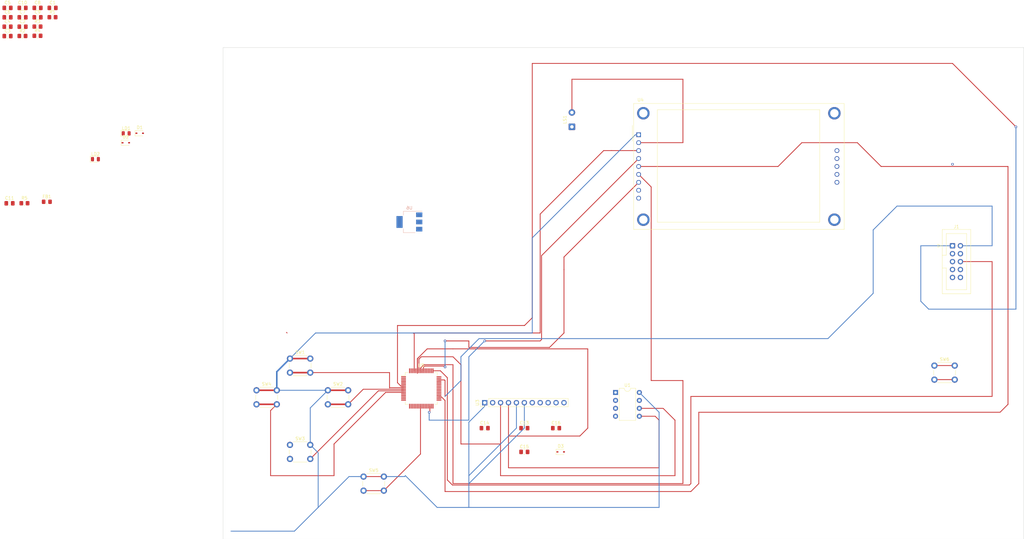
<source format=kicad_pcb>
(kicad_pcb (version 20211014) (generator pcbnew)
  (layers (0 "F.Cu" signal) (31 "B.Cu" signal) (34 "B.Paste" user) (35 "F.Paste" user) (36 "B.SilkS" user "B.Silkscreen") (37 "F.SilkS" user "F.Silkscreen") (38 "B.Mask" user) (39 "F.Mask" user) (44 "Edge.Cuts" user))
  (net 0 "")
  (net 2 "Net-(U5-Pad20)")
  (net 3 "GND")
  (net 4 "Net-(C11-Pad2)")
  (net 5 "Net-(LS1-Pad1)")
  (net 6 "Net-(D1-Pad2)")
  (net 7 "+3V3")
  (net 8 "Net-(C3-Pad1)")
  (net 9 "+5V")
  (net 10 "/U5V")
  (net 11 "/3VA")
  (net 12 "/NRST")
  (net 13 "/SWDIO_IN")
  (net 14 "/SWCLK_IN")
  (net 15 "/V3.3_IN")
  (net 16 "Net-(LD1-Pad2)")
  (net 17 "Net-(LD2-Pad2)")
  (net 18 "Net-(U5-Pad8)")
  (net 19 "Net-(U5-Pad9)")
  (net 20 "Net-(U5-Pad10)")
  (net 21 "Net-(U5-Pad11)")
  (net 22 "Net-(U5-Pad24)")
  (net 23 "Net-(U5-Pad58)")
  (net 24 "Net-(U5-Pad61)")
  (net 25 "Net-(U5-Pad30)")
  (net 26 "Net-(U5-Pad35)")
  (net 27 "Net-(U4-Pad6)")
  (net 28 "Net-(U5-Pad55)")
  (net 34 "Net-(U5-Pad60)")
  (net 35 "+3V0")
  (net 36 "Net-(C11-Pad1)")
  (net 37 "Net-(U1-Pad5)")
  (net 82 "unconnected-(U5-Pad56)")
  (footprint "Capacitor_SMD:C_0805_2012Metric_Pad1.18x1.45mm_HandSolder" (layer "F.Cu") (at -48.72 31.89)
    (fp_text reference "C3" (at 0 -1.68) (layer "F.SilkS"))
    (fp_text value ".1uF")
    (pad "1" smd roundrect (at -1.0375 0) (size 1.175 1.45) (layers "F.Cu" "F.Paste" "F.Mask") (roundrect_rratio 0.212766) (net 8 "Net-(C3-Pad1)"))
    (pad "2" smd roundrect (at 1.0375 0) (size 1.175 1.45) (layers "F.Cu" "F.Paste" "F.Mask") (roundrect_rratio 0.212766) (net 3 "GND"))
  )
  (footprint "Button_Switch_THT:SW_PUSH_6mm" (layer "F.Cu") (at 65.33 173.01)
    (fp_text reference "SW5" (at 3.25 -2) (layer "F.SilkS"))
    (fp_text value "SW_Push")
    (pad "1" thru_hole circle (at 6.5 0 90) (size 2 2) (drill 1.1) (layers *.Cu *.Mask) (net 7 "+3V3"))
    (pad "1" thru_hole circle (at 0 0 90) (size 2 2) (drill 1.1) (layers *.Cu *.Mask) (net 7 "+3V3"))
    (pad "2" thru_hole circle (at 6.5 4.5 90) (size 2 2) (drill 1.1) (layers *.Cu *.Mask) (net 22 "Net-(U5-Pad24)"))
    (pad "2" thru_hole circle (at 0 4.5 90) (size 2 2) (drill 1.1) (layers *.Cu *.Mask) (net 22 "Net-(U5-Pad24)"))
  )
  (footprint "Diode_SMD:D_SOD-323" (layer "F.Cu") (at 128.49 165.1)
    (fp_text reference "D3" (at 0 -1.85) (layer "F.SilkS"))
    (fp_text value "BAT60JFILM")
    (pad "1" smd rect (at -1.05 0) (size 0.6 0.45) (layers "F.Cu" "F.Paste" "F.Mask") (net 9 "+5V"))
    (pad "2" smd rect (at 1.05 0) (size 0.6 0.45) (layers "F.Cu" "F.Paste" "F.Mask") (net 10 "/U5V"))
  )
  (footprint "Capacitor_SMD:C_0805_2012Metric_Pad1.18x1.45mm_HandSolder" (layer "F.Cu") (at -43.91 28.88)
    (fp_text reference "C2" (at 0 -1.68) (layer "F.SilkS"))
    (fp_text value ".1uF")
    (pad "1" smd roundrect (at -1.0375 0) (size 1.175 1.45) (layers "F.Cu" "F.Paste" "F.Mask") (roundrect_rratio 0.212766) (net 9 "+5V"))
    (pad "2" smd roundrect (at 1.0375 0) (size 1.175 1.45) (layers "F.Cu" "F.Paste" "F.Mask") (roundrect_rratio 0.212766) (net 3 "GND"))
  )
  (footprint "Diode_SMD:D_SOD-323" (layer "F.Cu") (at -10.83 66.06)
    (fp_text reference "D2" (at 0 -1.85) (layer "F.SilkS"))
    (fp_text value "BAT60JFILM")
    (pad "1" smd rect (at -1.05 0) (size 0.6 0.45) (layers "F.Cu" "F.Paste" "F.Mask") (net 7 "+3V3"))
    (pad "2" smd rect (at 1.05 0) (size 0.6 0.45) (layers "F.Cu" "F.Paste" "F.Mask") (net 8 "Net-(C3-Pad1)"))
  )
  (footprint "Capacitor_SMD:C_0805_2012Metric_Pad1.18x1.45mm_HandSolder" (layer "F.Cu") (at -43.91 22.86)
    (fp_text reference "C10" (at 0 -1.68) (layer "F.SilkS"))
    (fp_text value ".1uF")
    (pad "1" smd roundrect (at -1.0375 0) (size 1.175 1.45) (layers "F.Cu" "F.Paste" "F.Mask") (roundrect_rratio 0.212766) (net 12 "/NRST"))
    (pad "2" smd roundrect (at 1.0375 0) (size 1.175 1.45) (layers "F.Cu" "F.Paste" "F.Mask") (roundrect_rratio 0.212766) (net 3 "GND"))
  )
  (footprint "Display:CR2013-MI2120" (layer "F.Cu") (at 153.4625 63.5)
    (fp_text reference "U4" (at 0.59 -11.18) (layer "F.SilkS"))
    (fp_text value "CR2013-MI2120")
    (pad "" thru_hole circle (at 1.5 27.21) (size 4 4) (drill 2.7) (layers *.Cu *.Mask))
    (pad "" thru_hole circle (at 1.5 -6.89) (size 4 4) (drill 2.7) (layers *.Cu *.Mask))
    (pad "" thru_hole circle (at 62.7 -6.89) (size 4 4) (drill 2.7) (layers *.Cu *.Mask))
    (pad "" thru_hole circle (at 62.7 27.21) (size 4 4) (drill 2.7) (layers *.Cu *.Mask))
    (pad "1" thru_hole rect (at 0 0) (size 1.5 1.5) (drill 1) (layers *.Cu *.Mask) (net 7 "+3V3"))
    (pad "2" thru_hole circle (at 0 2.54) (size 1.5 1.5) (drill 1) (layers *.Cu *.Mask) (net 3 "GND"))
    (pad "3" thru_hole circle (at 0 5.08) (size 1.5 1.5) (drill 1) (layers *.Cu *.Mask) (net 24 "Net-(U5-Pad61)"))
    (pad "4" thru_hole circle (at 0 7.62) (size 1.5 1.5) (drill 1) (layers *.Cu *.Mask) (net 25 "Net-(U5-Pad30)"))
    (pad "5" thru_hole circle (at 0 10.16) (size 1.5 1.5) (drill 1) (layers *.Cu *.Mask) (net 26 "Net-(U5-Pad35)"))
    (pad "6" thru_hole circle (at 0 12.7) (size 1.5 1.5) (drill 1) (layers *.Cu *.Mask) (net 27 "Net-(U4-Pad6)"))
    (pad "7" thru_hole circle (at 0 15.24) (size 1.5 1.5) (drill 1) (layers *.Cu *.Mask) (net 28 "Net-(U5-Pad55)"))
    (pad "8" thru_hole circle (at 0 17.78) (size 1.5 1.5) (drill 1) (layers *.Cu *.Mask) (net 7 "+3V3"))
    (pad "9" thru_hole circle (at 0 20.32) (size 1.5 1.5) (drill 1) (layers *.Cu *.Mask))
    (pad "10" thru_hole circle (at 63.52 5.08) (size 1.5 1.5) (drill 1) (layers *.Cu *.Mask))
    (pad "11" thru_hole circle (at 63.52 7.62) (size 1.5 1.5) (drill 1) (layers *.Cu *.Mask))
    (pad "12" thru_hole circle (at 63.52 10.16) (size 1.5 1.5) (drill 1) (layers *.Cu *.Mask))
    (pad "13" thru_hole circle (at 63.52 12.7) (size 1.5 1.5) (drill 1) (layers *.Cu *.Mask))
    (pad "14" thru_hole circle (at 63.52 15.24) (size 1.5 1.5) (drill 1) (layers *.Cu *.Mask))
  )
  (footprint "Button_Switch_THT:SW_PUSH_6mm" (layer "F.Cu") (at 41.76 162.85)
    (fp_text reference "SW3" (at 3.25 -2) (layer "F.SilkS"))
    (fp_text value "SW_Push")
    (pad "1" thru_hole circle (at 6.5 0 90) (size 2 2) (drill 1.1) (layers *.Cu *.Mask) (net 7 "+3V3"))
    (pad "1" thru_hole circle (at 0 0 90) (size 2 2) (drill 1.1) (layers *.Cu *.Mask) (net 7 "+3V3"))
    (pad "2" thru_hole circle (at 6.5 4.5 90) (size 2 2) (drill 1.1) (layers *.Cu *.Mask) (net 20 "Net-(U5-Pad10)"))
    (pad "2" thru_hole circle (at 0 4.5 90) (size 2 2) (drill 1.1) (layers *.Cu *.Mask) (net 20 "Net-(U5-Pad10)"))
  )
  (footprint "Capacitor_SMD:C_0805_2012Metric_Pad1.18x1.45mm_HandSolder" (layer "F.Cu") (at 127 157.48)
    (fp_text reference "C16" (at 0 -1.68) (layer "F.SilkS"))
    (fp_text value ".1uF")
    (pad "1" smd roundrect (at -1.0375 0) (size 1.175 1.45) (layers "F.Cu" "F.Paste" "F.Mask") (roundrect_rratio 0.212766) (net 3 "GND"))
    (pad "2" smd roundrect (at 1.0375 0) (size 1.175 1.45) (layers "F.Cu" "F.Paste" "F.Mask") (roundrect_rratio 0.212766) (net 9 "+5V"))
  )
  (footprint "Capacitor_SMD:C_0805_2012Metric_Pad1.18x1.45mm_HandSolder" (layer "F.Cu") (at -39.1 25.87)
    (fp_text reference "C9" (at 0 -1.68) (layer "F.SilkS"))
    (fp_text value ".1uF")
    (pad "1" smd roundrect (at -1.0375 0) (size 1.175 1.45) (layers "F.Cu" "F.Paste" "F.Mask") (roundrect_rratio 0.212766) (net 11 "/3VA"))
    (pad "2" smd roundrect (at 1.0375 0) (size 1.175 1.45) (layers "F.Cu" "F.Paste" "F.Mask") (roundrect_rratio 0.212766) (net 3 "GND"))
  )
  (footprint "Capacitor_SMD:C_0805_2012Metric_Pad1.18x1.45mm_HandSolder" (layer "F.Cu") (at -48.72 28.88)
    (fp_text reference "C4" (at 0 -1.68) (layer "F.SilkS"))
    (fp_text value ".1uF")
    (pad "1" smd roundrect (at -1.0375 0) (size 1.175 1.45) (layers "F.Cu" "F.Paste" "F.Mask") (roundrect_rratio 0.212766) (net 7 "+3V3"))
    (pad "2" smd roundrect (at 1.0375 0) (size 1.175 1.45) (layers "F.Cu" "F.Paste" "F.Mask") (roundrect_rratio 0.212766) (net 3 "GND"))
  )
  (footprint "LED_SMD:LED_0805_2012Metric" (layer "F.Cu") (at -20.56 71.315)
    (fp_text reference "LD2" (at 0 -1.65) (layer "F.SilkS"))
    (fp_text value "LED_Red")
    (pad "1" smd roundrect (at -0.9375 0) (size 0.975 1.4) (layers "F.Cu" "F.Paste" "F.Mask") (net 3 "GND"))
    (pad "2" smd roundrect (at 0.9375 0) (size 0.975 1.4) (layers "F.Cu" "F.Paste" "F.Mask") (net 17 "Net-(LD2-Pad2)"))
  )
  (footprint "Capacitor_SMD:C_0805_2012Metric_Pad1.18x1.45mm_HandSolder" (layer "F.Cu") (at 116.84 157.48)
    (fp_text reference "C13" (at 0 -1.68) (layer "F.SilkS"))
    (fp_text value ".1uF")
    (pad "1" smd roundrect (at -1.0375 0) (size 1.175 1.45) (layers "F.Cu" "F.Paste" "F.Mask") (roundrect_rratio 0.212766) (net 3 "GND"))
    (pad "2" smd roundrect (at 1.0375 0) (size 1.175 1.45) (layers "F.Cu" "F.Paste" "F.Mask") (roundrect_rratio 0.212766) (net 7 "+3V3"))
  )
  (footprint "Capacitor_SMD:C_0805_2012Metric_Pad1.18x1.45mm_HandSolder" (layer "F.Cu") (at -48.72 25.87)
    (fp_text reference "C6" (at 0 -1.68) (layer "F.SilkS"))
    (fp_text value ".1uF")
    (pad "1" smd roundrect (at -1.0375 0) (size 1.175 1.45) (layers "F.Cu" "F.Paste" "F.Mask") (roundrect_rratio 0.212766) (net 7 "+3V3"))
    (pad "2" smd roundrect (at 1.0375 0) (size 1.175 1.45) (layers "F.Cu" "F.Paste" "F.Mask") (roundrect_rratio 0.212766) (net 3 "GND"))
  )
  (footprint "362_footprint_lib:LIS3DH_362" (layer "F.Cu") (at 104.14 149.33 90)
    (fp_text reference "U3" (at 0 -2.33 90) (layer "F.SilkS"))
    (fp_text value "LIS3DH_362")
    (pad "1" thru_hole rect (at 0 0 90) (size 1.7 1.7) (drill 1) (layers *.Cu *.Mask) (net 7 "+3V3"))
    (pad "2" thru_hole oval (at 0 2.54 90) (size 1.7 1.7) (drill 1) (layers *.Cu *.Mask) (net 3 "GND"))
    (pad "3" thru_hole oval (at 0 5.08 90) (size 1.7 1.7) (drill 1) (layers *.Cu *.Mask) (net 23 "Net-(U5-Pad58)"))
    (pad "4" thru_hole oval (at 0 7.62 90) (size 1.7 1.7) (drill 1) (layers *.Cu *.Mask) (net 37 "Net-(U1-Pad5)"))
    (pad "5" thru_hole oval (at 0 10.16 90) (size 1.7 1.7) (drill 1) (layers *.Cu *.Mask) (net 7 "+3V3"))
    (pad "6" thru_hole oval (at 0 12.7 90) (size 1.7 1.7) (drill 1) (layers *.Cu *.Mask) (net 7 "+3V3"))
    (pad "7" thru_hole oval (at 0 15.24 90) (size 1.7 1.7) (drill 1) (layers *.Cu *.Mask))
    (pad "8" thru_hole oval (at 0 17.78 90) (size 1.7 1.7) (drill 1) (layers *.Cu *.Mask))
    (pad "9" thru_hole oval (at 0 20.32 90) (size 1.7 1.7) (drill 1) (layers *.Cu *.Mask))
    (pad "10" thru_hole oval (at 0 22.86 90) (size 1.7 1.7) (drill 1) (layers *.Cu *.Mask))
    (pad "11" thru_hole oval (at 0 25.4 90) (size 1.7 1.7) (drill 1) (layers *.Cu *.Mask))
  )
  (footprint "Resistor_SMD:R_0805_2012Metric_Pad1.20x1.40mm_HandSolder" (layer "F.Cu") (at -39.13 31.8)
    (fp_text reference "R4" (at 0 -1.65) (layer "F.SilkS"))
    (fp_text value "100K")
    (pad "1" smd roundrect (at -1 0) (size 1.2 1.4) (layers "F.Cu" "F.Paste" "F.Mask") (roundrect_rratio 0.208333) (net 34 "Net-(U5-Pad60)"))
    (pad "2" smd roundrect (at 1 0) (size 1.2 1.4) (layers "F.Cu" "F.Paste" "F.Mask") (roundrect_rratio 0.208333) (net 3 "GND"))
  )
  (footprint "Resistor_SMD:R_0805_2012Metric_Pad1.20x1.40mm_HandSolder" (layer "F.Cu") (at -43.94 31.86)
    (fp_text reference "R2" (at 0 -1.65) (layer "F.SilkS"))
    (fp_text value "5.1k")
    (pad "1" smd roundrect (at -1 0) (size 1.2 1.4) (layers "F.Cu" "F.Paste" "F.Mask") (roundrect_rratio 0.208333) (net 9 "+5V"))
    (pad "2" smd roundrect (at 1 0) (size 1.2 1.4) (layers "F.Cu" "F.Paste" "F.Mask") (roundrect_rratio 0.208333) (net 17 "Net-(LD2-Pad2)"))
  )
  (footprint "Resistor_SMD:R_0805_2012Metric_Pad1.20x1.40mm_HandSolder" (layer "F.Cu") (at -43.3 85.43)
    (fp_text reference "R5" (at 0 -1.65) (layer "F.SilkS"))
    (fp_text value "10")
    (pad "1" smd roundrect (at -1 0) (size 1.2 1.4) (layers "F.Cu" "F.Paste" "F.Mask") (roundrect_rratio 0.208333) (net 4 "Net-(C11-Pad2)"))
    (pad "2" smd roundrect (at 1 0) (size 1.2 1.4) (layers "F.Cu" "F.Paste" "F.Mask") (roundrect_rratio 0.208333) (net 3 "GND"))
  )
  (footprint "Capacitor_SMD:C_0805_2012Metric_Pad1.18x1.45mm_HandSolder" (layer "F.Cu") (at -43.91 25.87)
    (fp_text reference "C7" (at 0 -1.68) (layer "F.SilkS"))
    (fp_text value ".1uF")
    (pad "1" smd roundrect (at -1.0375 0) (size 1.175 1.45) (layers "F.Cu" "F.Paste" "F.Mask") (roundrect_rratio 0.212766) (net 7 "+3V3"))
    (pad "2" smd roundrect (at 1.0375 0) (size 1.175 1.45) (layers "F.Cu" "F.Paste" "F.Mask") (roundrect_rratio 0.212766) (net 3 "GND"))
  )
  (footprint "Inductor_SMD:L_0805_2012Metric_Pad1.15x1.40mm_HandSolder" (layer "F.Cu") (at -36.13 84.97)
    (fp_text reference "FB1" (at 0 -1.65) (layer "F.SilkS"))
    (fp_text value "Ferrite Bead")
    (pad "1" smd roundrect (at -1.025 0) (size 1.15 1.4) (layers "F.Cu" "F.Paste" "F.Mask") (roundrect_rratio 0.217391) (net 11 "/3VA"))
    (pad "2" smd roundrect (at 1.025 0) (size 1.15 1.4) (layers "F.Cu" "F.Paste" "F.Mask") (roundrect_rratio 0.217391) (net 7 "+3V3"))
  )
  (footprint "LED_SMD:LED_0805_2012Metric" (layer "F.Cu") (at -10.71 63.065)
    (fp_text reference "LD1" (at 0 -1.65) (layer "F.SilkS"))
    (fp_text value "LED_Green")
    (pad "1" smd roundrect (at -0.9375 0) (size 0.975 1.4) (layers "F.Cu" "F.Paste" "F.Mask") (net 3 "GND"))
    (pad "2" smd roundrect (at 0.9375 0) (size 0.975 1.4) (layers "F.Cu" "F.Paste" "F.Mask") (net 16 "Net-(LD1-Pad2)"))
  )
  (footprint "Package_DIP:DIP-8_W7.62mm" (layer "F.Cu") (at 146.06 146.06)
    (fp_text reference "U1" (at 3.81 -2.33) (layer "F.SilkS"))
    (fp_text value "24AA32AF")
    (pad "1" thru_hole rect (at 0 0) (size 1.6 1.6) (drill 0.8) (layers *.Cu *.Mask) (net 3 "GND"))
    (pad "2" thru_hole oval (at 0 2.54) (size 1.6 1.6) (drill 0.8) (layers *.Cu *.Mask) (net 3 "GND"))
    (pad "3" thru_hole oval (at 0 5.08) (size 1.6 1.6) (drill 0.8) (layers *.Cu *.Mask) (net 3 "GND"))
    (pad "4" thru_hole oval (at 0 7.62) (size 1.6 1.6) (drill 0.8) (layers *.Cu *.Mask) (net 3 "GND"))
    (pad "5" thru_hole oval (at 7.62 7.62) (size 1.6 1.6) (drill 0.8) (layers *.Cu *.Mask) (net 37 "Net-(U1-Pad5)"))
    (pad "6" thru_hole oval (at 7.62 5.08) (size 1.6 1.6) (drill 0.8) (layers *.Cu *.Mask) (net 23 "Net-(U5-Pad58)"))
    (pad "7" thru_hole oval (at 7.62 2.54) (size 1.6 1.6) (drill 0.8) (layers *.Cu *.Mask) (net 3 "GND"))
    (pad "8" thru_hole oval (at 7.62 0) (size 1.6 1.6) (drill 0.8) (layers *.Cu *.Mask) (net 7 "+3V3"))
  )
  (footprint "Diode_SMD:D_SOD-323" (layer "F.Cu") (at -6.38 63.02)
    (fp_text reference "D1" (at 0 -1.85) (layer "F.SilkS"))
    (fp_text value "BAT60JFILM")
    (pad "1" smd rect (at -1.05 0) (size 0.6 0.45) (layers "F.Cu" "F.Paste" "F.Mask") (net 3 "GND"))
    (pad "2" smd rect (at 1.05 0) (size 0.6 0.45) (layers "F.Cu" "F.Paste" "F.Mask") (net 6 "Net-(D1-Pad2)"))
  )
  (footprint "Button_Switch_THT:SW_PUSH_6mm" (layer "F.Cu") (at 53.9 145.36)
    (fp_text reference "SW2" (at 3.25 -2) (layer "F.SilkS"))
    (fp_text value "SW_Push")
    (pad "1" thru_hole circle (at 0 0 90) (size 2 2) (drill 1.1) (layers *.Cu *.Mask) (net 7 "+3V3"))
    (pad "1" thru_hole circle (at 6.5 0 90) (size 2 2) (drill 1.1) (layers *.Cu *.Mask) (net 7 "+3V3"))
    (pad "2" thru_hole circle (at 6.5 4.5 90) (size 2 2) (drill 1.1) (layers *.Cu *.Mask) (net 19 "Net-(U5-Pad9)"))
    (pad "2" thru_hole circle (at 0 4.5 90) (size 2 2) (drill 1.1) (layers *.Cu *.Mask) (net 19 "Net-(U5-Pad9)"))
  )
  (footprint "Button_Switch_THT:SW_PUSH_6mm" (layer "F.Cu") (at 31.04 145.36)
    (fp_text reference "SW4" (at 3.25 -2) (layer "F.SilkS"))
    (fp_text value "SW_Push")
    (pad "1" thru_hole circle (at 0 0 90) (size 2 2) (drill 1.1) (layers *.Cu *.Mask) (net 7 "+3V3"))
    (pad "1" thru_hole circle (at 6.5 0 90) (size 2 2) (drill 1.1) (layers *.Cu *.Mask) (net 7 "+3V3"))
    (pad "2" thru_hole circle (at 6.5 4.5 90) (size 2 2) (drill 1.1) (layers *.Cu *.Mask) (net 21 "Net-(U5-Pad11)"))
    (pad "2" thru_hole circle (at 0 4.5 90) (size 2 2) (drill 1.1) (layers *.Cu *.Mask) (net 21 "Net-(U5-Pad11)"))
  )
  (footprint "Connector_IDC:IDC-Header_2x05_P2.54mm_Vertical" (layer "F.Cu") (at 254 99.06)
    (fp_text reference "J1" (at 1.27 -6.1) (layer "F.SilkS"))
    (fp_text value "Conn_02x05_Odd_Even")
    (pad "1" thru_hole roundrect (at 0 0) (size 1.7 1.7) (drill 1) (layers *.Cu *.Mask) (roundrect_rratio 0.147059) (net 12 "/NRST"))
    (pad "2" thru_hole circle (at 2.54 0) (size 1.7 1.7) (drill 1) (layers *.Cu *.Mask) (net 13 "/SWDIO_IN"))
    (pad "3" thru_hole circle (at 0 2.54) (size 1.7 1.7) (drill 1) (layers *.Cu *.Mask) (net 3 "GND"))
    (pad "4" thru_hole circle (at 2.54 2.54) (size 1.7 1.7) (drill 1) (layers *.Cu *.Mask) (net 3 "GND"))
    (pad "5" thru_hole circle (at 0 5.08) (size 1.7 1.7) (drill 1) (layers *.Cu *.Mask))
    (pad "6" thru_hole circle (at 2.54 5.08) (size 1.7 1.7) (drill 1) (layers *.Cu *.Mask) (net 14 "/SWCLK_IN"))
    (pad "7" thru_hole circle (at 0 7.62) (size 1.7 1.7) (drill 1) (layers *.Cu *.Mask) (net 15 "/V3.3_IN"))
    (pad "8" thru_hole circle (at 2.54 7.62) (size 1.7 1.7) (drill 1) (layers *.Cu *.Mask) (net 15 "/V3.3_IN"))
    (pad "9" thru_hole circle (at 0 10.16) (size 1.7 1.7) (drill 1) (layers *.Cu *.Mask) (net 10 "/U5V"))
    (pad "10" thru_hole circle (at 2.54 10.16) (size 1.7 1.7) (drill 1) (layers *.Cu *.Mask) (net 10 "/U5V"))
  )
  (footprint "Capacitor_SMD:C_0805_2012Metric_Pad1.18x1.45mm_HandSolder" (layer "F.Cu") (at -48.08 85.46)
    (fp_text reference "C11" (at 0 -1.68) (layer "F.SilkS"))
    (fp_text value "0.05 uF")
    (pad "1" smd roundrect (at -1.0375 0) (size 1.175 1.45) (layers "F.Cu" "F.Paste" "F.Mask") (roundrect_rratio 0.212766) (net 36 "Net-(C11-Pad1)"))
    (pad "2" smd roundrect (at 1.0375 0) (size 1.175 1.45) (layers "F.Cu" "F.Paste" "F.Mask") (roundrect_rratio 0.212766) (net 4 "Net-(C11-Pad2)"))
  )
  (footprint "Connector_Wire:SolderWire-0.5sqmm_1x02_P4.6mm_D0.9mm_OD2.1mm" (layer "F.Cu") (at 132.08 60.96 90)
    (fp_text reference "LS1" (at 2.3 -2.25 90) (layer "F.SilkS"))
    (fp_text value "Speaker")
    (pad "1" thru_hole roundrect (at 0 0 90) (size 2.1 2.1) (drill 1.1) (layers *.Cu *.Mask) (roundrect_rratio 0.119048) (net 5 "Net-(LS1-Pad1)"))
    (pad "2" thru_hole circle (at 4.6 0 90) (size 2.1 2.1) (drill 1.1) (layers *.Cu *.Mask) (net 3 "GND"))
  )
  (footprint "Resistor_SMD:R_0805_2012Metric_Pad1.20x1.40mm_HandSolder" (layer "F.Cu") (at -34.32 25.84)
    (fp_text reference "R1" (at 0 -1.65) (layer "F.SilkS"))
    (fp_text value "1k")
    (pad "1" smd roundrect (at -1 0) (size 1.2 1.4) (layers "F.Cu" "F.Paste" "F.Mask") (roundrect_rratio 0.208333) (net 7 "+3V3"))
    (pad "2" smd roundrect (at 1 0) (size 1.2 1.4) (layers "F.Cu" "F.Paste" "F.Mask") (roundrect_rratio 0.208333) (net 16 "Net-(LD1-Pad2)"))
  )
  (footprint "Button_Switch_THT:SW_PUSH_6mm" (layer "F.Cu") (at 41.76 135.2)
    (fp_text reference "SW1" (at 3.25 -2) (layer "F.SilkS"))
    (fp_text value "SW_Push")
    (pad "1" thru_hole circle (at 6.5 0 90) (size 2 2) (drill 1.1) (layers *.Cu *.Mask) (net 7 "+3V3"))
    (pad "1" thru_hole circle (at 0 0 90) (size 2 2) (drill 1.1) (layers *.Cu *.Mask) (net 7 "+3V3"))
    (pad "2" thru_hole circle (at 6.5 4.5 90) (size 2 2) (drill 1.1) (layers *.Cu *.Mask) (net 18 "Net-(U5-Pad8)"))
    (pad "2" thru_hole circle (at 0 4.5 90) (size 2 2) (drill 1.1) (layers *.Cu *.Mask) (net 18 "Net-(U5-Pad8)"))
  )
  (footprint "Package_QFP:LQFP-64_10x10mm_P0.5mm" (layer "F.Cu") (at 83.82 144.78)
    (fp_text reference "U5" (at 0 -7.4) (layer "F.SilkS"))
    (fp_text value "STM32F091RCTx")
    (pad "1" smd roundrect (at -5.675 -3.75) (size 1.55 0.3) (layers "F.Cu" "F.Paste" "F.Mask") (net 7 "+3V3"))
    (pad "2" smd roundrect (at -5.675 -3.25) (size 1.55 0.3) (layers "F.Cu" "F.Paste" "F.Mask"))
    (pad "3" smd roundrect (at -5.675 -2.75) (size 1.55 0.3) (layers "F.Cu" "F.Paste" "F.Mask"))
    (pad "4" smd roundrect (at -5.675 -2.25) (size 1.55 0.3) (layers "F.Cu" "F.Paste" "F.Mask"))
    (pad "5" smd roundrect (at -5.675 -1.75) (size 1.55 0.3) (layers "F.Cu" "F.Paste" "F.Mask"))
    (pad "6" smd roundrect (at -5.675 -1.25) (size 1.55 0.3) (layers "F.Cu" "F.Paste" "F.Mask"))
    (pad "7" smd roundrect (at -5.675 -0.75) (size 1.55 0.3) (layers "F.Cu" "F.Paste" "F.Mask") (net 12 "/NRST"))
    (pad "8" smd roundrect (at -5.675 -0.25) (size 1.55 0.3) (layers "F.Cu" "F.Paste" "F.Mask") (net 18 "Net-(U5-Pad8)"))
    (pad "9" smd roundrect (at -5.675 0.25) (size 1.55 0.3) (layers "F.Cu" "F.Paste" "F.Mask") (net 19 "Net-(U5-Pad9)"))
    (pad "10" smd roundrect (at -5.675 0.75) (size 1.55 0.3) (layers "F.Cu" "F.Paste" "F.Mask") (net 20 "Net-(U5-Pad10)"))
    (pad "11" smd roundrect (at -5.675 1.25) (size 1.55 0.3) (layers "F.Cu" "F.Paste" "F.Mask") (net 21 "Net-(U5-Pad11)"))
    (pad "12" smd roundrect (at -5.675 1.75) (size 1.55 0.3) (layers "F.Cu" "F.Paste" "F.Mask"))
    (pad "13" smd roundrect (at -5.675 2.25) (size 1.55 0.3) (layers "F.Cu" "F.Paste" "F.Mask") (net 11 "/3VA"))
    (pad "14" smd roundrect (at -5.675 2.75) (size 1.55 0.3) (layers "F.Cu" "F.Paste" "F.Mask"))
    (pad "15" smd roundrect (at -5.675 3.25) (size 1.55 0.3) (layers "F.Cu" "F.Paste" "F.Mask"))
    (pad "16" smd roundrect (at -5.675 3.75) (size 1.55 0.3) (layers "F.Cu" "F.Paste" "F.Mask"))
    (pad "17" smd roundrect (at -3.75 5.675) (size 0.3 1.55) (layers "F.Cu" "F.Paste" "F.Mask"))
    (pad "18" smd roundrect (at -3.25 5.675) (size 0.3 1.55) (layers "F.Cu" "F.Paste" "F.Mask"))
    (pad "19" smd roundrect (at -2.75 5.675) (size 0.3 1.55) (layers "F.Cu" "F.Paste" "F.Mask") (net 7 "+3V3"))
    (pad "20" smd roundrect (at -2.25 5.675) (size 0.3 1.55) (layers "F.Cu" "F.Paste" "F.Mask") (net 2 "Net-(U5-Pad20)"))
    (pad "21" smd roundrect (at -1.75 5.675) (size 0.3 1.55) (layers "F.Cu" "F.Paste" "F.Mask"))
    (pad "22" smd roundrect (at -1.25 5.675) (size 0.3 1.55) (layers "F.Cu" "F.Paste" "F.Mask"))
    (pad "23" smd roundrect (at -0.75 5.675) (size 0.3 1.55) (layers "F.Cu" "F.Paste" "F.Mask"))
    (pad "24" smd roundrect (at -0.25 5.675) (size 0.3 1.55) (layers "F.Cu" "F.Paste" "F.Mask") (net 22 "Net-(U5-Pad24)"))
    (pad "25" smd roundrect (at 0.25 5.675) (size 0.3 1.55) (layers "F.Cu" "F.Paste" "F.Mask"))
    (pad "26" smd roundrect (at 0.75 5.675) (size 0.3 1.55) (layers "F.Cu" "F.Paste" "F.Mask"))
    (pad "27" smd roundrect (at 1.25 5.675) (size 0.3 1.55) (layers "F.Cu" "F.Paste" "F.Mask"))
    (pad "28" smd roundrect (at 1.75 5.675) (size 0.3 1.55) (layers "F.Cu" "F.Paste" "F.Mask"))
    (pad "29" smd roundrect (at 2.25 5.675) (size 0.3 1.55) (layers "F.Cu" "F.Paste" "F.Mask"))
    (pad "30" smd roundrect (at 2.75 5.675) (size 0.3 1.55) (layers "F.Cu" "F.Paste" "F.Mask") (net 25 "Net-(U5-Pad30)"))
    (pad "31" smd roundrect (at 3.25 5.675) (size 0.3 1.55) (layers "F.Cu" "F.Paste" "F.Mask"))
    (pad "32" smd roundrect (at 3.75 5.675) (size 0.3 1.55) (layers "F.Cu" "F.Paste" "F.Mask") (net 7 "+3V3"))
    (pad "33" smd roundrect (at 5.675 3.75) (size 1.55 0.3) (layers "F.Cu" "F.Paste" "F.Mask"))
    (pad "34" smd roundrect (at 5.675 3.25) (size 1.55 0.3) (layers "F.Cu" "F.Paste" "F.Mask"))
    (pad "35" smd roundrect (at 5.675 2.75) (size 1.55 0.3) (layers "F.Cu" "F.Paste" "F.Mask") (net 26 "Net-(U5-Pad35)"))
    (pad "36" smd roundrect (at 5.675 2.25) (size 1.55 0.3) (layers "F.Cu" "F.Paste" "F.Mask"))
    (pad "37" smd roundrect (at 5.675 1.75) (size 1.55 0.3) (layers "F.Cu" "F.Paste" "F.Mask"))
    (pad "38" smd roundrect (at 5.675 1.25) (size 1.55 0.3) (layers "F.Cu" "F.Paste" "F.Mask"))
    (pad "39" smd roundrect (at 5.675 0.75) (size 1.55 0.3) (layers "F.Cu" "F.Paste" "F.Mask"))
    (pad "40" smd roundrect (at 5.675 0.25) (size 1.55 0.3) (layers "F.Cu" "F.Paste" "F.Mask"))
    (pad "41" smd roundrect (at 5.675 -0.25) (size 1.55 0.3) (layers "F.Cu" "F.Paste" "F.Mask"))
    (pad "42" smd roundrect (at 5.675 -0.75) (size 1.55 0.3) (layers "F.Cu" "F.Paste" "F.Mask"))
    (pad "43" smd roundrect (at 5.675 -1.25) (size 1.55 0.3) (layers "F.Cu" "F.Paste" "F.Mask"))
    (pad "44" smd roundrect (at 5.675 -1.75) (size 1.55 0.3) (layers "F.Cu" "F.Paste" "F.Mask"))
    (pad "45" smd roundrect (at 5.675 -2.25) (size 1.55 0.3) (layers "F.Cu" "F.Paste" "F.Mask"))
    (pad "46" smd roundrect (at 5.675 -2.75) (size 1.55 0.3) (layers "F.Cu" "F.Paste" "F.Mask") (net 13 "/SWDIO_IN"))
    (pad "47" smd roundrect (at 5.675 -3.25) (size 1.55 0.3) (layers "F.Cu" "F.Paste" "F.Mask"))
    (pad "48" smd roundrect (at 5.675 -3.75) (size 1.55 0.3) (layers "F.Cu" "F.Paste" "F.Mask") (net 7 "+3V3"))
    (pad "49" smd roundrect (at 3.75 -5.675) (size 0.3 1.55) (layers "F.Cu" "F.Paste" "F.Mask") (net 14 "/SWCLK_IN"))
    (pad "50" smd roundrect (at 3.25 -5.675) (size 0.3 1.55) (layers "F.Cu" "F.Paste" "F.Mask"))
    (pad "51" smd roundrect (at 2.75 -5.675) (size 0.3 1.55) (layers "F.Cu" "F.Paste" "F.Mask"))
    (pad "52" smd roundrect (at 2.25 -5.675) (size 0.3 1.55) (layers "F.Cu" "F.Paste" "F.Mask"))
    (pad "53" smd roundrect (at 1.75 -5.675) (size 0.3 1.55) (layers "F.Cu" "F.Paste" "F.Mask"))
    (pad "54" smd roundrect (at 1.25 -5.675) (size 0.3 1.55) (layers "F.Cu" "F.Paste" "F.Mask"))
    (pad "55" smd roundrect (at 0.75 -5.675) (size 0.3 1.55) (layers "F.Cu" "F.Paste" "F.Mask") (net 28 "Net-(U5-Pad55)"))
    (pad "56" smd roundrect (at 0.25 -5.675) (size 0.3 1.55) (layers "F.Cu" "F.Paste" "F.Mask") (net 82 "unconnected-(U5-Pad56)"))
    (pad "57" smd roundrect (at -0.25 -5.675) (size 0.3 1.55) (layers "F.Cu" "F.Paste" "F.Mask") (net 27 "Net-(U4-Pad6)"))
    (pad "58" smd roundrect (at -0.75 -5.675) (size 0.3 1.55) (layers "F.Cu" "F.Paste" "F.Mask") (net 23 "Net-(U5-Pad58)"))
    (pad "59" smd roundrect (at -1.25 -5.675) (size 0.3 1.55) (layers "F.Cu" "F.Paste" "F.Mask") (net 37 "Net-(U1-Pad5)"))
    (pad "60" smd roundrect (at -1.75 -5.675) (size 0.3 1.55) (layers "F.Cu" "F.Paste" "F.Mask") (net 34 "Net-(U5-Pad60)"))
    (pad "61" smd roundrect (at -2.25 -5.675) (size 0.3 1.55) (layers "F.Cu" "F.Paste" "F.Mask") (net 24 "Net-(U5-Pad61)"))
    (pad "62" smd roundrect (at -2.75 -5.675) (size 0.3 1.55) (layers "F.Cu" "F.Paste" "F.Mask"))
    (pad "63" smd roundrect (at -3.25 -5.675) (size 0.3 1.55) (layers "F.Cu" "F.Paste" "F.Mask"))
    (pad "64" smd roundrect (at -3.75 -5.675) (size 0.3 1.55) (layers "F.Cu" "F.Paste" "F.Mask") (net 7 "+3V3"))
  )
  (footprint "Capacitor_SMD:C_0805_2012Metric_Pad1.18x1.45mm_HandSolder" (layer "F.Cu") (at -34.29 22.86)
    (fp_text reference "C1" (at 0 -1.68) (layer "F.SilkS"))
    (fp_text value "22uF")
    (pad "1" smd roundrect (at -1.0375 0) (size 1.175 1.45) (layers "F.Cu" "F.Paste" "F.Mask") (roundrect_rratio 0.212766) (net 9 "+5V"))
    (pad "2" smd roundrect (at 1.0375 0) (size 1.175 1.45) (layers "F.Cu" "F.Paste" "F.Mask") (roundrect_rratio 0.212766) (net 3 "GND"))
  )
  (footprint "Capacitor_SMD:C_0805_2012Metric_Pad1.18x1.45mm_HandSolder" (layer "F.Cu") (at 116.84 165.1)
    (fp_text reference "C15" (at 0 -1.68) (layer "F.SilkS"))
    (fp_text value ".1uF")
    (pad "1" smd roundrect (at -1.0375 0) (size 1.175 1.45) (layers "F.Cu" "F.Paste" "F.Mask") (roundrect_rratio 0.212766) (net 3 "GND"))
    (pad "2" smd roundrect (at 1.0375 0) (size 1.175 1.45) (layers "F.Cu" "F.Paste" "F.Mask") (roundrect_rratio 0.212766) (net 7 "+3V3"))
  )
  (footprint "Capacitor_SMD:C_0805_2012Metric_Pad1.18x1.45mm_HandSolder" (layer "F.Cu") (at 104.14 157.48)
    (fp_text reference "C14" (at 0 -1.68) (layer "F.SilkS"))
    (fp_text value ".1uF")
    (pad "1" smd roundrect (at -1.0375 0) (size 1.175 1.45) (layers "F.Cu" "F.Paste" "F.Mask") (roundrect_rratio 0.212766) (net 7 "+3V3"))
    (pad "2" smd roundrect (at 1.0375 0) (size 1.175 1.45) (layers "F.Cu" "F.Paste" "F.Mask") (roundrect_rratio 0.212766) (net 3 "GND"))
  )
  (footprint "Button_Switch_THT:SW_PUSH_6mm" (layer "F.Cu") (at 248.21 137.45)
    (fp_text reference "SW6" (at 3.25 -2) (layer "F.SilkS"))
    (fp_text value "SW_Push")
    (pad "1" thru_hole circle (at 6.5 0 90) (size 2 2) (drill 1.1) (layers *.Cu *.Mask) (net 3 "GND"))
    (pad "1" thru_hole circle (at 0 0 90) (size 2 2) (drill 1.1) (layers *.Cu *.Mask) (net 3 "GND"))
    (pad "2" thru_hole circle (at 6.5 4.5 90) (size 2 2) (drill 1.1) (layers *.Cu *.Mask) (net 12 "/NRST"))
    (pad "2" thru_hole circle (at 0 4.5 90) (size 2 2) (drill 1.1) (layers *.Cu *.Mask) (net 12 "/NRST"))
  )
  (footprint "Resistor_SMD:R_0805_2012Metric_Pad1.20x1.40mm_HandSolder" (layer "F.Cu") (at -39.13 28.85)
    (fp_text reference "R3" (at 0 -1.65) (layer "F.SilkS"))
    (fp_text value "100K")
    (pad "1" smd roundrect (at -1 0) (size 1.2 1.4) (layers "F.Cu" "F.Paste" "F.Mask") (roundrect_rratio 0.208333) (net 35 "+3V0"))
    (pad "2" smd roundrect (at 1 0) (size 1.2 1.4) (layers "F.Cu" "F.Paste" "F.Mask") (roundrect_rratio 0.208333) (net 12 "/NRST"))
  )
  (footprint "Capacitor_SMD:C_0805_2012Metric_Pad1.18x1.45mm_HandSolder" (layer "F.Cu") (at -39.1 22.86)
    (fp_text reference "C8" (at 0 -1.68) (layer "F.SilkS"))
    (fp_text value ".1uF")
    (pad "1" smd roundrect (at -1.0375 0) (size 1.175 1.45) (layers "F.Cu" "F.Paste" "F.Mask") (roundrect_rratio 0.212766) (net 7 "+3V3"))
    (pad "2" smd roundrect (at 1.0375 0) (size 1.175 1.45) (layers "F.Cu" "F.Paste" "F.Mask") (roundrect_rratio 0.212766) (net 3 "GND"))
  )
  (footprint "Capacitor_SMD:C_0805_2012Metric_Pad1.18x1.45mm_HandSolder" (layer "F.Cu") (at -48.72 22.86)
    (fp_text reference "C5" (at 0 -1.68) (layer "F.SilkS"))
    (fp_text value "22uF")
    (pad "1" smd roundrect (at -1.0375 0) (size 1.175 1.45) (layers "F.Cu" "F.Paste" "F.Mask") (roundrect_rratio 0.212766) (net 8 "Net-(C3-Pad1)"))
    (pad "2" smd roundrect (at 1.0375 0) (size 1.175 1.45) (layers "F.Cu" "F.Paste" "F.Mask") (roundrect_rratio 0.212766) (net 3 "GND"))
  )
  (footprint "Package_TO_SOT_SMD:SOT-223-3_TabPin2" (layer "B.Cu") (at 80.01 91.44 180)
    (fp_text reference "U6" (at 0 4.5) (layer "B.SilkS") (effects (justify mirror)))
    (fp_text value "LD1117S33TR_SOT223")
    (pad "1" smd rect (at -3.15 2.3 180) (size 2 1.5) (layers "B.Cu" "B.Paste" "B.Mask") (net 6 "Net-(D1-Pad2)"))
    (pad "2" smd rect (at -3.15 0 180) (size 2 1.5) (layers "B.Cu" "B.Paste" "B.Mask") (net 8 "Net-(C3-Pad1)"))
    (pad "2" smd rect (at 3.15 0 180) (size 2 3.8) (layers "B.Cu" "B.Paste" "B.Mask") (net 8 "Net-(C3-Pad1)"))
    (pad "3" smd rect (at -3.15 -2.3 180) (size 2 1.5) (layers "B.Cu" "B.Paste" "B.Mask") (net 9 "+5V"))
  )
  (gr_rect (start 20.32 35.56) (end 276.86 193.04) (layer "Edge.Cuts") (width 0.1) (fill none))
  (segment (start 167.64 45.72) (end 132.08 45.72) (width 0.25) (layer "F.Cu") (net 3))
  (segment (start 167.64 66.04) (end 167.64 45.72) (width 0.25) (layer "F.Cu") (net 3))
  (segment (start 248.21 137.45) (end 254.71 137.45) (width 0.25) (layer "F.Cu") (net 3))
  (segment (start 153.4625 66.04) (end 167.64 66.04) (width 0.25) (layer "F.Cu") (net 3))
  (segment (start 132.08 45.72) (end 132.08 56.36) (width 0.25) (layer "F.Cu") (net 3))
  (segment (start 53.19 145.36) (end 59.69 145.36) (width 0.5) (layer "F.Cu") (net 7))
  (segment (start 31.04 145.36) (end 37.54 145.36) (width 0.5) (layer "F.Cu") (net 7))
  (segment (start 41.76 135.2) (end 48.26 135.2) (width 0.5) (layer "F.Cu") (net 7))
  (segment (start 65.33 173.01) (end 71.83 173.01) (width 0.25) (layer "F.Cu") (net 7))
  (segment (start 153.4625 63.5) (end 152.4 63.5) (width 0.25) (layer "B.Cu") (net 7))
  (segment (start 37.54 139.42) (end 37.54 145.36) (width 0.5) (layer "B.Cu") (net 7))
  (segment (start 50.8 182.88) (end 43.18 190.5) (width 0.25) (layer "B.Cu") (net 7))
  (segment (start 43.18 190.5) (end 22.86 190.5) (width 0.25) (layer "B.Cu") (net 7))
  (segment (start 134.62 81.28) (end 132.08 83.82) (width 0.25) (layer "B.Cu") (net 7))
  (segment (start 114.3 149.33) (end 114.3 157.48) (width 0.25) (layer "B.Cu") (net 7))
  (segment (start 65.33 173.01) (end 60.67 173.01) (width 0.25) (layer "B.Cu") (net 7))
  (segment (start 53.9 145.36) (end 37.54 145.36) (width 0.25) (layer "B.Cu") (net 7))
  (segment (start 78.74 172.72) (end 78.45 173.01) (width 0.25) (layer "B.Cu") (net 7))
  (segment (start 153.68 146.06) (end 160.02 152.4) (width 0.25) (layer "B.Cu") (net 7))
  (segment (start 132.08 83.82) (end 119.38 96.52) (width 0.25) (layer "B.Cu") (net 7))
  (segment (start 48.26 151) (end 53.9 145.36) (width 0.25) (layer "B.Cu") (net 7))
  (segment (start 160.02 182.88) (end 88.9 182.88) (width 0.25) (layer "B.Cu") (net 7))
  (segment (start 104.14 150.495717) (end 99.06 155.575717) (width 0.25) (layer "B.Cu") (net 7))
  (segment (start 50.8 165.39) (end 48.26 162.85) (width 0.25) (layer "B.Cu") (net 7))
  (segment (start 104.14 149.33) (end 104.14 150.495717) (width 0.25) (layer "B.Cu") (net 7))
  (segment (start 60.67 173.01) (end 50.8 182.88) (width 0.25) (layer "B.Cu") (net 7))
  (segment (start 49.96 127) (end 41.76 135.2) (width 0.25) (layer "B.Cu") (net 7))
  (segment (start 119.38 96.52) (end 119.38 127) (width 0.25) (layer "B.Cu") (net 7))
  (segment (start 50.8 182.88) (end 50.8 165.39) (width 0.25) (layer "B.Cu") (net 7))
  (segment (start 116.84 149.33) (end 116.84 157.48) (width 0.25) (layer "B.Cu") (net 7))
  (segment (start 119.38 127) (end 49.96 127) (width 0.25) (layer "B.Cu") (net 7))
  (segment (start 78.45 173.01) (end 71.83 173.01) (width 0.25) (layer "B.Cu") (net 7))
  (segment (start 48.26 162.85) (end 48.26 151) (width 0.25) (layer "B.Cu") (net 7))
  (segment (start 152.4 63.5) (end 134.62 81.28) (width 0.25) (layer "B.Cu") (net 7))
  (segment (start 88.9 182.88) (end 78.74 172.72) (width 0.25) (layer "B.Cu") (net 7))
  (segment (start 114.3 157.48) (end 99.06 172.72) (width 0.25) (layer "B.Cu") (net 7))
  (segment (start 41.76 135.2) (end 37.54 139.42) (width 0.5) (layer "B.Cu") (net 7))
  (segment (start 160.02 152.4) (end 160.02 182.88) (width 0.25) (layer "B.Cu") (net 7))
  (segment (start 116.84 157.48) (end 99.06 175.26) (width 0.25) (layer "B.Cu") (net 7))
  (segment (start 99.06 155.575717) (end 99.06 182.88) (width 0.25) (layer "B.Cu") (net 7))
  (segment (start 76.2 124.60452) (end 116.899862 124.60452) (width 0.25) (layer "F.Cu") (net 12))
  (segment (start 119.38 122.124382) (end 119.38 40.64) (width 0.25) (layer "F.Cu") (net 12))
  (segment (start 271.78 58.42) (end 274.32 60.96) (width 0.25) (layer "F.Cu") (net 12))
  (segment (start 77.304994 144.03) (end 76.2 142.925006) (width 0.25) (layer "F.Cu") (net 12))
  (segment (start 248.21 141.95) (end 254.71 141.95) (width 0.25) (layer "F.Cu") (net 12))
  (segment (start 116.899862 124.60452) (end 119.38 122.124382) (width 0.25) (layer "F.Cu") (net 12))
  (segment (start 254 40.64) (end 271.78 58.42) (width 0.25) (layer "F.Cu") (net 12))
  (segment (start 119.38 40.64) (end 254 40.64) (width 0.25) (layer "F.Cu") (net 12))
  (segment (start 78.145 144.03) (end 77.304994 144.03) (width 0.25) (layer "F.Cu") (net 12))
  (segment (start 76.2 142.925006) (end 76.2 124.60452) (width 0.25) (layer "F.Cu") (net 12))
  (via (at 254 72.9355) (size 0.8) (drill 0.4) (layers "F.Cu" "B.Cu") (net 12))
  (via (at 274.32 60.96) (size 0.8) (drill 0.4) (layers "F.Cu" "B.Cu") (net 12))
  (segment (start 243.84 99.06) (end 243.84 116.84) (width 0.25) (layer "B.Cu") (net 12))
  (segment (start 254 99.06) (end 243.84 99.06) (width 0.25) (layer "B.Cu") (net 12))
  (segment (start 274.32 119.38) (end 274.32 60.96) (width 0.25) (layer "B.Cu") (net 12))
  (segment (start 246.38 119.38) (end 274.32 119.38) (width 0.25) (layer "B.Cu") (net 12))
  (segment (start 243.84 116.84) (end 246.38 119.38) (width 0.25) (layer "B.Cu") (net 12))
  (segment (start 89.495 142.03) (end 89.52048 142.05548) (width 0.25) (layer "F.Cu") (net 13))
  (segment (start 89.495 142.03) (end 91.23 142.03) (width 0.25) (layer "F.Cu") (net 13))
  (segment (start 91.44 142.24) (end 91.44 147.32) (width 0.25) (layer "F.Cu") (net 13))
  (segment (start 91.23 142.03) (end 91.44 142.24) (width 0.25) (layer "F.Cu") (net 13))
  (segment (start 228.6 114.3) (end 214.084511 128.815489) (width 0.25) (layer "B.Cu") (net 13))
  (segment (start 256.54 99.06) (end 266.7 99.06) (width 0.25) (layer "B.Cu") (net 13))
  (segment (start 233.68 88.9) (end 228.6 93.98) (width 0.25) (layer "B.Cu") (net 13))
  (segment (start 214.084511 128.815489) (end 102.324511 128.815489) (width 0.25) (layer "B.Cu") (net 13))
  (segment (start 236.22 86.36) (end 233.68 88.9) (width 0.25) (layer "B.Cu") (net 13))
  (segment (start 96.52 142.24) (end 91.44 147.32) (width 0.25) (layer "B.Cu") (net 13))
  (segment (start 266.7 86.36) (end 236.22 86.36) (width 0.25) (layer "B.Cu") (net 13))
  (segment (start 96.52 134.62) (end 96.52 142.24) (width 0.25) (layer "B.Cu") (net 13))
  (segment (start 102.324511 128.815489) (end 96.52 134.62) (width 0.25) (layer "B.Cu") (net 13))
  (segment (start 266.7 99.06) (end 266.7 86.36) (width 0.25) (layer "B.Cu") (net 13))
  (segment (start 228.6 93.98) (end 228.6 114.3) (width 0.25) (layer "B.Cu") (net 13))
  (segment (start 266.7 104.14) (end 266.7 147.32) (width 0.25) (layer "F.Cu") (net 14))
  (segment (start 256.54 104.14) (end 266.7 104.14) (width 0.25) (layer "F.Cu") (net 14))
  (segment (start 170.18 147.32) (end 170.18 175.26) (width 0.25) (layer "F.Cu") (net 14))
  (segment (start 266.7 147.32) (end 170.18 147.32) (width 0.25) (layer "F.Cu") (net 14))
  (segment (start 89.94596 139.105) (end 87.57 139.105) (width 0.25) (layer "F.Cu") (net 14))
  (segment (start 93.793803 175.70952) (end 92.164511 174.080228) (width 0.25) (layer "F.Cu") (net 14))
  (segment (start 92.164511 174.080228) (end 92.164511 141.323551) (width 0.25) (layer "F.Cu") (net 14))
  (segment (start 170.18 175.26) (end 169.73048 175.70952) (width 0.25) (layer "F.Cu") (net 14))
  (segment (start 92.164511 141.323551) (end 89.94596 139.105) (width 0.25) (layer "F.Cu") (net 14))
  (segment (start 169.73048 175.70952) (end 93.793803 175.70952) (width 0.25) (layer "F.Cu") (net 14))
  (segment (start 41.76 139.7) (end 48.26 139.7) (width 0.5) (layer "F.Cu") (net 18))
  (segment (start 48.26 139.7) (end 73.66 139.7) (width 0.25) (layer "F.Cu") (net 18))
  (segment (start 73.71048 144.53) (end 78.145 144.53) (width 0.25) (layer "F.Cu") (net 18))
  (segment (start 73.66 144.58048) (end 73.71048 144.53) (width 0.25) (layer "F.Cu") (net 18))
  (segment (start 73.66 139.7) (end 73.66 144.58048) (width 0.25) (layer "F.Cu") (net 18))
  (segment (start 53.19 149.86) (end 59.69 149.86) (width 0.5) (layer "F.Cu") (net 19))
  (segment (start 78.145 145.03) (end 65.23 145.03) (width 0.25) (layer "F.Cu") (net 19))
  (segment (start 65.23 145.03) (end 60.4 149.86) (width 0.25) (layer "F.Cu") (net 19))
  (segment (start 70.08 145.53) (end 48.26 167.35) (width 0.25) (layer "F.Cu") (net 20))
  (segment (start 78.145 145.53) (end 70.08 145.53) (width 0.25) (layer "F.Cu") (net 20))
  (segment (start 35.56 172.72) (end 35.56 151.84) (width 0.25) (layer "F.Cu") (net 21))
  (segment (start 72.41 146.03) (end 55.88 162.56) (width 0.25) (layer "F.Cu") (net 21))
  (segment (start 31.04 149.86) (end 37.54 149.86) (width 0.5) (layer "F.Cu") (net 21))
  (segment (start 55.88 172.72) (end 35.56 172.72) (width 0.25) (layer "F.Cu") (net 21))
  (segment (start 55.88 162.56) (end 55.88 172.72) (width 0.25) (layer "F.Cu") (net 21))
  (segment (start 35.56 151.84) (end 37.54 149.86) (width 0.25) (layer "F.Cu") (net 21))
  (segment (start 78.145 146.03) (end 72.41 146.03) (width 0.25) (layer "F.Cu") (net 21))
  (segment (start 83.57 165.77) (end 83.57 150.455) (width 0.25) (layer "F.Cu") (net 22))
  (segment (start 71.83 177.51) (end 83.57 165.77) (width 0.25) (layer "F.Cu") (net 22))
  (segment (start 65.33 177.51) (end 71.83 177.51) (width 0.25) (layer "F.Cu") (net 22))
  (segment (start 83.07 135.37) (end 83.82 134.62) (width 0.25) (layer "F.Cu") (net 23))
  (segment (start 83.82 134.62) (end 93.98 134.62) (width 0.25) (layer "F.Cu") (net 23))
  (segment (start 109.22 162.56) (end 109.22 149.33) (width 0.25) (layer "F.Cu") (net 23))
  (segment (start 153.68 151.14) (end 161.3 151.14) (width 0.25) (layer "F.Cu") (net 23))
  (segment (start 93.98 134.62) (end 96.52 137.16) (width 0.25) (layer "F.Cu") (net 23))
  (segment (start 83.07 139.105) (end 83.07 135.37) (width 0.25) (layer "F.Cu") (net 23))
  (segment (start 165.1 154.94) (end 165.1 172.72) (width 0.25) (layer "F.Cu") (net 23))
  (segment (start 96.52 137.16) (end 96.52 162.56) (width 0.25) (layer "F.Cu") (net 23))
  (segment (start 165.1 172.72) (end 109.22 172.72) (width 0.25) (layer "F.Cu") (net 23))
  (segment (start 109.22 172.72) (end 109.22 162.56) (width 0.25) (layer "F.Cu") (net 23))
  (segment (start 161.3 151.14) (end 165.1 154.94) (width 0.25) (layer "F.Cu") (net 23))
  (segment (start 96.52 162.56) (end 109.22 162.56) (width 0.25) (layer "F.Cu") (net 23))
  (segment (start 144.78 68.58) (end 142.24 68.58) (width 0.25) (layer "F.Cu") (net 24))
  (segment (start 153.4625 68.58) (end 144.78 68.58) (width 0.25) (layer "F.Cu") (net 24))
  (segment (start 81.57 127.29) (end 81.57 139.105) (width 0.25) (layer "F.Cu") (net 24))
  (segment (start 142.24 68.58) (end 121.92 88.9) (width 0.25) (layer "F.Cu") (net 24))
  (segment (start 40.64 126.804121) (end 40.835879 127) (width 0.25) (layer "F.Cu") (net 24))
  (segment (start 121.92 88.9) (end 121.92 127) (width 0.25) (layer "F.Cu") (net 24))
  (segment (start 81.28 127) (end 81.57 127.29) (width 0.25) (layer "F.Cu") (net 24))
  (segment (start 121.92 127) (end 81.28 127) (width 0.25) (layer "F.Cu") (net 24))
  (segment (start 86.36 152.4) (end 86.57 152.19) (width 0.25) (layer "F.Cu") (net 25))
  (segment (start 122.36952 102.21298) (end 122.36952 126.55048) (width 0.25) (layer "F.Cu") (net 25))
  (segment (start 153.4625 71.12) (end 122.36952 102.21298) (width 0.25) (layer "F.Cu") (net 25))
  (segment (start 122.36952 129.09048) (end 121.92 129.54) (width 0.25) (layer "F.Cu") (net 25))
  (segment (start 122.36952 126.55048) (end 122.36952 129.09048) (width 0.25) (layer "F.Cu") (net 25))
  (segment (start 121.92 129.54) (end 104.14 129.54) (width 0.25) (layer "F.Cu") (net 25))
  (segment (start 86.57 152.19) (end 86.57 150.455) (width 0.25) (layer "F.Cu") (net 25))
  (via (at 104.14 129.54) (size 0.8) (drill 0.4) (layers "F.Cu" "B.Cu") (net 25))
  (via (at 86.36 152.4) (size 0.8) (drill 0.4) (layers "F.Cu" "B.Cu") (net 25))
  (segment (start 104.14 129.54) (end 99.06 134.62) (width 0.25) (layer "B.Cu") (net 25))
  (segment (start 99.06 154.94) (end 86.36 154.94) (width 0.25) (layer "B.Cu") (net 25))
  (segment (start 86.36 154.94) (end 86.36 152.4) (width 0.25) (layer "B.Cu") (net 25))
  (segment (start 99.06 134.62) (end 99.06 154.94) (width 0.25) (layer "B.Cu") (net 25))
  (segment (start 91.44 177.8) (end 91.44 148.634994) (width 0.25) (layer "F.Cu") (net 26))
  (segment (start 198.12 73.66) (end 205.74 66.04) (width 0.25) (layer "F.Cu") (net 26))
  (segment (start 269.24 152.4) (end 172.72 152.4) (width 0.25) (layer "F.Cu") (net 26))
  (segment (start 223.52 66.04) (end 231.14 73.66) (width 0.25) (layer "F.Cu") (net 26))
  (segment (start 89.46952 147.50452) (end 89.495 147.53) (width 0.25) (layer "F.Cu") (net 26))
  (segment (start 153.4625 73.66) (end 198.12 73.66) (width 0.25) (layer "F.Cu") (net 26))
  (segment (start 271.78 73.66) (end 271.78 149.86) (width 0.25) (layer "F.Cu") (net 26))
  (segment (start 271.78 149.86) (end 269.24 152.4) (width 0.25) (layer "F.Cu") (net 26))
  (segment (start 170.18 177.8) (end 91.44 177.8) (width 0.25) (layer "F.Cu") (net 26))
  (segment (start 90.309526 147.50452) (end 89.46952 147.50452) (width 0.25) (layer "F.Cu") (net 26))
  (segment (start 172.72 175.26) (end 170.18 177.8) (width 0.25) (layer "F.Cu") (net 26))
  (segment (start 91.44 148.634994) (end 90.309526 147.50452) (width 0.25) (layer "F.Cu") (net 26))
  (segment (start 205.74 66.04) (end 223.52 66.04) (width 0.25) (layer "F.Cu") (net 26))
  (segment (start 172.72 152.4) (end 172.72 175.26) (width 0.25) (layer "F.Cu") (net 26))
  (segment (start 231.14 73.66) (end 271.78 73.66) (width 0.25) (layer "F.Cu") (net 26))
  (segment (start 167.64 175.26) (end 93.98 175.26) (width 0.25) (layer "F.Cu") (net 27))
  (segment (start 83.57 138.264994) (end 83.57 139.105) (width 0.25) (layer "F.Cu") (net 27))
  (segment (start 84.674994 137.16) (end 83.57 138.264994) (width 0.25) (layer "F.Cu") (net 27))
  (segment (start 167.64 142.24) (end 167.64 175.26) (width 0.25) (layer "F.Cu") (net 27))
  (segment (start 157.48 142.24) (end 167.64 142.24) (width 0.25) (layer "F.Cu") (net 27))
  (segment (start 153.4625 76.2) (end 157.48 80.2175) (width 0.25) (layer "F.Cu") (net 27))
  (segment (start 93.98 175.26) (end 93.98 137.16) (width 0.25) (layer "F.Cu") (net 27))
  (segment (start 157.48 80.2175) (end 157.48 142.24) (width 0.25) (layer "F.Cu") (net 27))
  (segment (start 93.98 137.16) (end 84.674994 137.16) (width 0.25) (layer "F.Cu") (net 27))
  (segment (start 84.57 139.105) (end 84.57 137.91) (width 0.25) (layer "F.Cu") (net 28))
  (segment (start 84.861192 137.60952) (end 91.44 137.60952) (width 0.25) (layer "F.Cu") (net 28))
  (segment (start 129.54 102.6625) (end 129.54 106.68) (width 0.25) (layer "F.Cu") (net 28))
  (segment (start 91.44 137.60952) (end 91.44 137.8845) (width 0.25) (layer "F.Cu") (net 28))
  (segment (start 99.06 131.63048) (end 99.06 129.54) (width 0.25) (layer "F.Cu") (net 28))
  (segment (start 129.54 127) (end 124.90952 131.63048) (width 0.25) (layer "F.Cu") (net 28))
  (segment (start 124.90952 131.63048) (end 99.06 131.63048) (width 0.25) (layer "F.Cu") (net 28))
  (segment (start 84.57 137.91) (end 84.565356 137.905356) (width 0.25) (layer "F.Cu") (net 28))
  (segment (start 153.4625 78.74) (end 129.54 102.6625) (width 0.25) (layer "F.Cu") (net 28))
  (segment (start 129.54 106.68) (end 129.54 127) (width 0.25) (layer "F.Cu") (net 28))
  (segment (start 99.06 129.54) (end 91.44 129.54) (width 0.25) (layer "F.Cu") (net 28))
  (segment (start 84.565356 137.905356) (end 84.861192 137.60952) (width 0.25) (layer "F.Cu") (net 28))
  (via (at 91.44 137.8845) (size 0.8) (drill 0.4) (layers "F.Cu" "B.Cu") (net 28))
  (via (at 91.44 129.54) (size 0.8) (drill 0.4) (layers "F.Cu" "B.Cu") (net 28))
  (segment (start 91.44 137.8845) (end 91.44 129.54) (width 0.25) (layer "B.Cu") (net 28))
  (segment (start 85.724283 132.08) (end 93.98 132.08) (width 0.25) (layer "F.Cu") (net 37))
  (segment (start 137.16 132.08) (end 137.16 157.48) (width 0.25) (layer "F.Cu") (net 37))
  (segment (start 82.57 139.945006) (end 82.57 135.234282) (width 0.25) (layer "F.Cu") (net 37))
  (segment (start 111.76 160.02) (end 111.76 149.86) (width 0.25) (layer "F.Cu") (net 37))
  (segment (start 93.98 132.08) (end 137.16 132.08) (width 0.25) (layer "F.Cu") (net 37))
  (segment (start 137.16 157.48) (end 134.62 160.02) (width 0.25) (layer "F.Cu") (net 37))
  (segment (start 153.68 153.68) (end 158.76 153.68) (width 0.25) (layer "F.Cu") (net 37))
  (segment (start 82.57 139.105) (end 82.57 135.234282) (width 0.25) (layer "F.Cu") (net 37))
  (segment (start 160.02 170.18) (end 111.76 170.18) (width 0.25) (layer "F.Cu") (net 37))
  (segment (start 158.76 153.68) (end 160.02 154.94) (width 0.25) (layer "F.Cu") (net 37))
  (segment (start 82.883803 134.92048) (end 85.724283 132.08) (width 0.25) (layer "F.Cu") (net 37))
  (segment (start 82.57 135.234282) (end 82.883803 134.92048) (width 0.25) (layer "F.Cu") (net 37))
  (segment (start 134.62 160.02) (end 111.76 160.02) (width 0.25) (layer "F.Cu") (net 37))
  (segment (start 111.76 170.18) (end 111.76 160.02) (width 0.25) (layer "F.Cu") (net 37))
  (segment (start 160.02 154.94) (end 160.02 170.18) (width 0.25) (layer "F.Cu") (net 37))
  (segment (start 84.04452 139.13048) (end 84.04452 139.7) (width 0.25) (layer "F.Cu") (net 82))
  (segment (start 84.07 139.105) (end 84.04452 139.13048) (width 0.25) (layer "F.Cu") (net 82))
)
</source>
